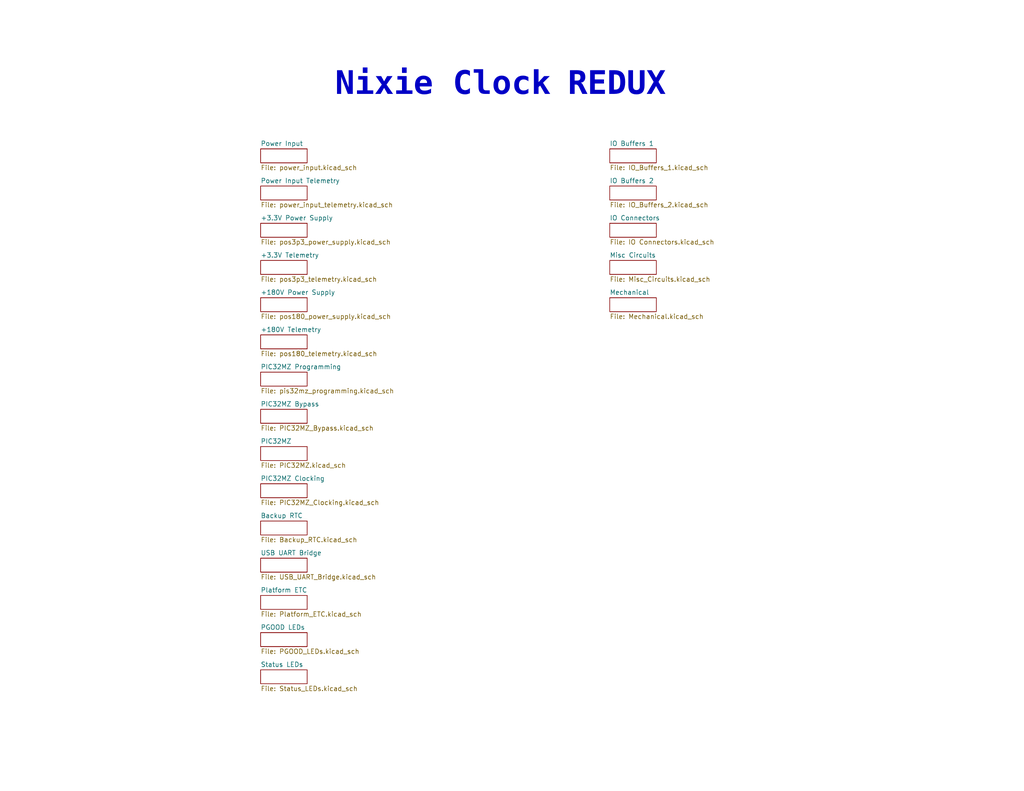
<source format=kicad_sch>
(kicad_sch (version 20230121) (generator eeschema)
  (paper "A")
  (title_block (date "2023-05-12") (rev "PRELIM") (company "Drew Maatman"))
  (lib_symbols)
  (text "Nixie Clock" (at 91.44 28.575 0) (effects (font (size 6.35 6.35) (thickness 1.27) bold) (justify left bottom)))
  (text "REDUX" (at 154.94 28.575 0) (effects (font (size 6.35 6.35) (thickness 1.27) bold italic) (justify left bottom)))
  (sheet (at 166.37 40.64) (size 12.7 3.81) (stroke (width 0.1524))
    (property "Sheetname" "IO Buffers 1" (at 166.37 39.9284 0) (effects (justify left bottom)))
    (property "Sheetfile" "IO_Buffers_1.kicad_sch" (at 166.37 45.0346 0) (effects (justify left top)))
  )
  (sheet (at 71.12 40.64) (size 12.7 3.81) (stroke (width 0.1524))
    (property "Sheetname" "Power Input" (at 71.12 39.9284 0) (effects (justify left bottom)))
    (property "Sheetfile" "power_input.kicad_sch" (at 71.12 45.0346 0) (effects (justify left top)))
  )
  (sheet (at 71.12 101.6) (size 12.7 3.81) (stroke (width 0.1524))
    (property "Sheetname" "PIC32MZ Programming" (at 71.12 100.8884 0) (effects (justify left bottom)))
    (property "Sheetfile" "pis32mz_programming.kicad_sch" (at 71.12 105.9946 0) (effects (justify left top)))
  )
  (sheet (at 71.12 81.28) (size 12.7 3.81) (stroke (width 0.1524))
    (property "Sheetname" "+180V Power Supply" (at 71.12 80.5684 0) (effects (justify left bottom)))
    (property "Sheetfile" "pos180_power_supply.kicad_sch" (at 71.12 85.6746 0) (effects (justify left top)))
  )
  (sheet (at 71.12 142.24) (size 12.7 3.81) (stroke (width 0.1524))
    (property "Sheetname" "Backup RTC" (at 71.12 141.5284 0) (effects (justify left bottom)))
    (property "Sheetfile" "Backup_RTC.kicad_sch" (at 71.12 146.6346 0) (effects (justify left top)))
  )
  (sheet (at 71.12 172.72) (size 12.7 3.81) (stroke (width 0.1524))
    (property "Sheetname" "PGOOD LEDs" (at 71.12 172.0084 0) (effects (justify left bottom)))
    (property "Sheetfile" "PGOOD_LEDs.kicad_sch" (at 71.12 177.1146 0) (effects (justify left top)))
  )
  (sheet (at 166.37 60.96) (size 12.7 3.81) (stroke (width 0.1524))
    (property "Sheetname" "IO Connectors" (at 166.37 60.2484 0) (effects (justify left bottom)))
    (property "Sheetfile" "IO Connectors.kicad_sch" (at 166.37 65.3546 0) (effects (justify left top)))
  )
  (sheet (at 71.12 91.44) (size 12.7 3.81) (stroke (width 0.1524))
    (property "Sheetname" "+180V Telemetry" (at 71.12 90.7284 0) (effects (justify left bottom)))
    (property "Sheetfile" "pos180_telemetry.kicad_sch" (at 71.12 95.8346 0) (effects (justify left top)))
  )
  (sheet (at 71.12 152.4) (size 12.7 3.81) (stroke (width 0.1524))
    (property "Sheetname" "USB UART Bridge" (at 71.12 151.6884 0) (effects (justify left bottom)))
    (property "Sheetfile" "USB_UART_Bridge.kicad_sch" (at 71.12 156.7946 0) (effects (justify left top)))
  )
  (sheet (at 166.37 81.28) (size 12.7 3.81) (stroke (width 0.1524))
    (property "Sheetname" "Mechanical" (at 166.37 80.5684 0) (effects (justify left bottom)))
    (property "Sheetfile" "Mechanical.kicad_sch" (at 166.37 85.6746 0) (effects (justify left top)))
  )
  (sheet (at 71.12 162.56) (size 12.7 3.81) (stroke (width 0.1524))
    (property "Sheetname" "Platform ETC" (at 71.12 161.8484 0) (effects (justify left bottom)))
    (property "Sheetfile" "Platform_ETC.kicad_sch" (at 71.12 166.9546 0) (effects (justify left top)))
  )
  (sheet (at 166.37 50.8) (size 12.7 3.81) (stroke (width 0.1524))
    (property "Sheetname" "IO Buffers 2" (at 166.37 50.0884 0) (effects (justify left bottom)))
    (property "Sheetfile" "IO_Buffers_2.kicad_sch" (at 166.37 55.1946 0) (effects (justify left top)))
  )
  (sheet (at 71.12 71.12) (size 12.7 3.81) (stroke (width 0.1524))
    (property "Sheetname" "+3.3V Telemetry" (at 71.12 70.4084 0) (effects (justify left bottom)))
    (property "Sheetfile" "pos3p3_telemetry.kicad_sch" (at 71.12 75.5146 0) (effects (justify left top)))
  )
  (sheet (at 71.12 182.88) (size 12.7 3.81) (stroke (width 0.1524))
    (property "Sheetname" "Status LEDs" (at 71.12 182.1684 0) (effects (justify left bottom)))
    (property "Sheetfile" "Status_LEDs.kicad_sch" (at 71.12 187.2746 0) (effects (justify left top)))
  )
  (sheet (at 71.12 60.96) (size 12.7 3.81) (stroke (width 0.1524))
    (property "Sheetname" "+3.3V Power Supply" (at 71.12 60.2484 0) (effects (justify left bottom)))
    (property "Sheetfile" "pos3p3_power_supply.kicad_sch" (at 71.12 65.3546 0) (effects (justify left top)))
  )
  (sheet (at 71.12 111.76) (size 12.7 3.81) (stroke (width 0.1524))
    (property "Sheetname" "PIC32MZ Bypass" (at 71.12 111.0484 0) (effects (justify left bottom)))
    (property "Sheetfile" "PIC32MZ_Bypass.kicad_sch" (at 71.12 116.1546 0) (effects (justify left top)))
  )
  (sheet (at 71.12 50.8) (size 12.7 3.81) (stroke (width 0.1524))
    (property "Sheetname" "Power Input Telemetry" (at 71.12 50.0884 0) (effects (justify left bottom)))
    (property "Sheetfile" "power_input_telemetry.kicad_sch" (at 71.12 55.1946 0) (effects (justify left top)))
  )
  (sheet (at 71.12 132.08) (size 12.7 3.81) (stroke (width 0.1524))
    (property "Sheetname" "PIC32MZ Clocking" (at 71.12 131.3684 0) (effects (justify left bottom)))
    (property "Sheetfile" "PIC32MZ_Clocking.kicad_sch" (at 71.12 136.4746 0) (effects (justify left top)))
  )
  (sheet (at 166.37 71.12) (size 12.7 3.81) (stroke (width 0.1524))
    (property "Sheetname" "Misc Circuits" (at 166.37 70.4084 0) (effects (justify left bottom)))
    (property "Sheetfile" "Misc_Circuits.kicad_sch" (at 166.37 75.5146 0) (effects (justify left top)))
  )
  (sheet (at 71.12 121.92) (size 12.7 3.81) (stroke (width 0.1524))
    (property "Sheetname" "PIC32MZ" (at 71.12 121.2084 0) (effects (justify left bottom)))
    (property "Sheetfile" "PIC32MZ.kicad_sch" (at 71.12 126.3146 0) (effects (justify left top)))
  )
)
</source>
